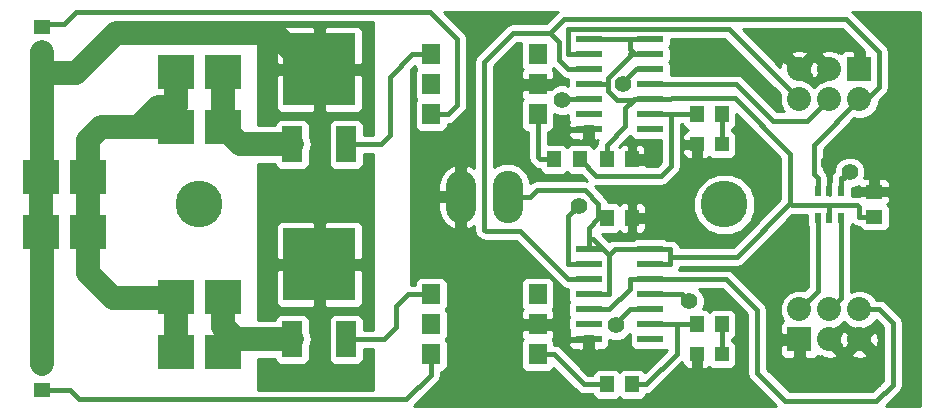
<source format=gtl>
G04 (created by PCBNEW (2013-03-31 BZR 4008)-stable) date 2013-07-24 10:52:05 PM*
%MOIN*%
G04 Gerber Fmt 3.4, Leading zero omitted, Abs format*
%FSLAX34Y34*%
G01*
G70*
G90*
G04 APERTURE LIST*
%ADD10C,2.3622e-006*%
%ADD11C,0.156*%
%ADD12R,0.045X0.055*%
%ADD13R,0.055X0.045*%
%ADD14R,0.0472X0.0472*%
%ADD15R,0.065X0.12*%
%ADD16R,0.24X0.24*%
%ADD17R,0.0598X0.0701*%
%ADD18R,0.0236X0.0354*%
%ADD19R,0.0866X0.0236*%
%ADD20O,0.1X0.175*%
%ADD21R,0.122X0.1165*%
%ADD22C,0.08*%
%ADD23R,0.08X0.08*%
%ADD24C,0.055*%
%ADD25C,0.08*%
%ADD26C,0.02*%
%ADD27C,0.016*%
%ADD28C,0.01*%
G04 APERTURE END LIST*
G54D10*
G54D11*
X34500Y-22500D03*
X17000Y-22500D03*
G54D12*
X30575Y-21000D03*
X31425Y-21000D03*
G54D13*
X11750Y-16575D03*
X11750Y-17425D03*
X11750Y-28675D03*
X11750Y-27825D03*
G54D12*
X29675Y-21000D03*
X28825Y-21000D03*
X31425Y-28500D03*
X30575Y-28500D03*
X34425Y-19500D03*
X33575Y-19500D03*
X34425Y-26500D03*
X33575Y-26500D03*
G54D14*
X34413Y-20500D03*
X33587Y-20500D03*
X34413Y-27500D03*
X33587Y-27500D03*
G54D15*
X20100Y-27000D03*
G54D16*
X21000Y-24500D03*
G54D15*
X21900Y-27000D03*
X20100Y-20500D03*
G54D16*
X21000Y-18000D03*
G54D15*
X21900Y-20500D03*
G54D17*
X28276Y-27500D03*
X28276Y-26500D03*
X28276Y-25500D03*
X24724Y-27500D03*
X24724Y-26500D03*
X24724Y-25500D03*
X28276Y-19500D03*
X28276Y-18500D03*
X28276Y-17500D03*
X24724Y-19500D03*
X24724Y-18500D03*
X24724Y-17500D03*
G54D18*
X38374Y-22048D03*
X38000Y-22048D03*
X37626Y-22048D03*
X37626Y-22952D03*
X38000Y-22952D03*
X38374Y-22952D03*
G54D19*
X29977Y-24000D03*
X29977Y-24500D03*
X29977Y-25000D03*
X29977Y-25500D03*
X29977Y-26000D03*
X29977Y-26500D03*
X29977Y-27000D03*
X32023Y-27000D03*
X32023Y-26500D03*
X32023Y-26000D03*
X32023Y-25500D03*
X32023Y-25000D03*
X32023Y-24500D03*
X32023Y-24000D03*
X29977Y-17000D03*
X29977Y-17500D03*
X29977Y-18000D03*
X29977Y-18500D03*
X29977Y-19000D03*
X29977Y-19500D03*
X29977Y-20000D03*
X32023Y-20000D03*
X32023Y-19500D03*
X32023Y-19000D03*
X32023Y-18500D03*
X32023Y-18000D03*
X32023Y-17500D03*
X32023Y-17000D03*
G54D13*
X39500Y-22925D03*
X39500Y-22075D03*
G54D20*
X27280Y-22250D03*
X25720Y-22250D03*
G54D12*
X30575Y-22950D03*
X31425Y-22950D03*
G54D21*
X13287Y-23427D03*
X11713Y-23427D03*
X11713Y-21573D03*
X13287Y-21573D03*
X17787Y-27427D03*
X16213Y-27427D03*
X16213Y-25573D03*
X17787Y-25573D03*
X17787Y-19927D03*
X16213Y-19927D03*
X16213Y-18073D03*
X17787Y-18073D03*
G54D22*
X37000Y-18000D03*
X38000Y-18000D03*
G54D23*
X39000Y-18000D03*
G54D22*
X37000Y-19000D03*
X38000Y-19000D03*
X39000Y-19000D03*
X39000Y-27000D03*
X38000Y-27000D03*
G54D23*
X37000Y-27000D03*
G54D22*
X39000Y-26000D03*
X38000Y-26000D03*
X37000Y-26000D03*
G54D24*
X19800Y-21800D03*
X21000Y-22600D03*
X21000Y-21800D03*
X22200Y-22600D03*
X22200Y-21800D03*
X19800Y-22600D03*
X31130Y-18500D03*
X29638Y-22540D03*
X29088Y-19025D03*
X32097Y-20796D03*
X27537Y-18350D03*
X32106Y-23163D03*
X33898Y-17480D03*
X29086Y-20012D03*
X33587Y-28197D03*
X29104Y-26794D03*
X33587Y-21174D03*
X37992Y-21102D03*
X38674Y-21429D03*
X33316Y-25724D03*
X30898Y-26534D03*
G54D25*
X18360Y-20500D02*
X20100Y-20500D01*
X17787Y-19927D02*
X18360Y-20500D01*
X17787Y-18073D02*
X17787Y-19927D01*
X17787Y-26573D02*
X17787Y-25573D01*
X18214Y-27000D02*
X17787Y-26573D01*
X20100Y-27000D02*
X18214Y-27000D01*
X18214Y-27000D02*
X17787Y-27427D01*
X20697Y-18000D02*
X19488Y-16791D01*
G54D26*
X21000Y-18000D02*
X21000Y-21800D01*
G54D25*
X19488Y-16791D02*
X14213Y-16791D01*
X21000Y-18000D02*
X20697Y-18000D01*
X12894Y-18110D02*
X11750Y-18110D01*
X14213Y-16791D02*
X12894Y-18110D01*
G54D26*
X22200Y-21800D02*
X22200Y-22600D01*
G54D25*
X11750Y-17425D02*
X11750Y-18110D01*
X11750Y-27825D02*
X11750Y-23464D01*
X11750Y-23464D02*
X11713Y-23427D01*
G54D26*
X21000Y-22600D02*
X19800Y-22600D01*
G54D25*
X11750Y-18110D02*
X11750Y-21536D01*
X11750Y-21536D02*
X11713Y-21573D01*
X11713Y-21573D02*
X11713Y-23427D01*
X13287Y-20355D02*
X13715Y-19927D01*
X14964Y-19927D02*
X16213Y-19927D01*
X13287Y-21573D02*
X13287Y-20355D01*
X14133Y-25630D02*
X13287Y-24784D01*
X15633Y-19258D02*
X16213Y-19258D01*
X14964Y-19927D02*
X15633Y-19258D01*
X16213Y-18073D02*
X16213Y-19258D01*
X13715Y-19927D02*
X14964Y-19927D01*
X16213Y-27427D02*
X16213Y-25573D01*
X13287Y-24784D02*
X13287Y-23427D01*
X16156Y-25630D02*
X14133Y-25630D01*
X13287Y-23427D02*
X13287Y-21573D01*
X16213Y-25573D02*
X16156Y-25630D01*
G54D27*
X29301Y-18000D02*
X29977Y-18000D01*
X27462Y-16787D02*
X26500Y-17749D01*
X28696Y-16787D02*
X27462Y-16787D01*
X29301Y-25000D02*
X29977Y-25000D01*
X26500Y-23345D02*
X26545Y-23390D01*
X28978Y-17069D02*
X28978Y-17677D01*
X26545Y-23390D02*
X27691Y-23390D01*
X37626Y-22048D02*
X37626Y-21628D01*
X28696Y-16787D02*
X29169Y-16314D01*
X39243Y-19000D02*
X39000Y-19000D01*
X26500Y-17749D02*
X26500Y-23345D01*
X39644Y-17413D02*
X39644Y-18599D01*
X37474Y-20526D02*
X37474Y-21476D01*
X39000Y-19000D02*
X37474Y-20526D01*
X37474Y-21476D02*
X37626Y-21628D01*
X39644Y-18599D02*
X39243Y-19000D01*
X38545Y-16314D02*
X39644Y-17413D01*
X27691Y-23390D02*
X29301Y-25000D01*
X28978Y-17677D02*
X29301Y-18000D01*
X28696Y-16787D02*
X28978Y-17069D01*
X29169Y-16314D02*
X38545Y-16314D01*
X37000Y-26000D02*
X37626Y-25374D01*
X37626Y-25374D02*
X37626Y-22952D01*
X29301Y-16641D02*
X29304Y-16638D01*
X29301Y-17500D02*
X29301Y-16641D01*
X29977Y-17500D02*
X29301Y-17500D01*
X34638Y-16638D02*
X37000Y-19000D01*
X29304Y-16638D02*
X34638Y-16638D01*
X31347Y-25306D02*
X31347Y-25000D01*
X29977Y-26000D02*
X30653Y-26000D01*
X30653Y-26000D02*
X31347Y-25306D01*
X39661Y-26000D02*
X40118Y-26457D01*
X39000Y-26000D02*
X39661Y-26000D01*
X34567Y-25000D02*
X32023Y-25000D01*
X31347Y-25000D02*
X32023Y-25000D01*
X36535Y-29055D02*
X35591Y-28111D01*
X40118Y-26457D02*
X40118Y-28504D01*
X40118Y-28504D02*
X39567Y-29055D01*
X39567Y-29055D02*
X36535Y-29055D01*
X35591Y-28111D02*
X35591Y-26024D01*
X35591Y-26024D02*
X34567Y-25000D01*
X29301Y-24500D02*
X29301Y-22877D01*
X29301Y-22877D02*
X29638Y-22540D01*
X29977Y-24500D02*
X29301Y-24500D01*
X29113Y-19000D02*
X29088Y-19025D01*
X31130Y-18500D02*
X31130Y-18425D01*
X31130Y-18425D02*
X31555Y-18000D01*
X29977Y-19000D02*
X29113Y-19000D01*
X31555Y-18000D02*
X32023Y-18000D01*
X28818Y-26500D02*
X29104Y-26786D01*
X28276Y-26500D02*
X28818Y-26500D01*
X27734Y-18500D02*
X28276Y-18500D01*
X29086Y-20012D02*
X29289Y-20012D01*
X27584Y-18350D02*
X27734Y-18500D01*
X29104Y-26786D02*
X29104Y-26794D01*
X29104Y-26794D02*
X29301Y-26991D01*
X29301Y-26991D02*
X29301Y-27000D01*
X29301Y-27000D02*
X29977Y-27000D01*
X33587Y-20500D02*
X33587Y-21174D01*
X27537Y-18350D02*
X27584Y-18350D01*
X29301Y-20000D02*
X29977Y-20000D01*
X38000Y-21110D02*
X37992Y-21102D01*
X31893Y-21000D02*
X32097Y-20796D01*
X33587Y-28197D02*
X33587Y-27500D01*
X29289Y-20012D02*
X29301Y-20000D01*
X31893Y-22950D02*
X31425Y-22950D01*
X32106Y-23163D02*
X31893Y-22950D01*
X38000Y-22048D02*
X38000Y-21110D01*
X31425Y-21000D02*
X31893Y-21000D01*
X38475Y-21628D02*
X38674Y-21429D01*
X34895Y-18500D02*
X32023Y-18500D01*
X38374Y-21628D02*
X38475Y-21628D01*
X33092Y-25500D02*
X32023Y-25500D01*
X33316Y-25724D02*
X33092Y-25500D01*
X38000Y-19000D02*
X37270Y-19730D01*
X38374Y-22048D02*
X38374Y-21628D01*
X36125Y-19730D02*
X34895Y-18500D01*
X37270Y-19730D02*
X36125Y-19730D01*
X38374Y-25626D02*
X38374Y-22952D01*
X38000Y-26000D02*
X38374Y-25626D01*
X34422Y-20021D02*
X34425Y-20018D01*
X34413Y-20021D02*
X34422Y-20021D01*
X34425Y-19500D02*
X34425Y-20018D01*
X34413Y-20500D02*
X34413Y-20021D01*
X28357Y-21000D02*
X28825Y-21000D01*
X28276Y-20919D02*
X28357Y-21000D01*
X28276Y-19500D02*
X28276Y-20919D01*
X23050Y-20500D02*
X21900Y-20500D01*
X23350Y-20200D02*
X23050Y-20500D01*
X23350Y-18250D02*
X23350Y-20200D01*
X24100Y-17500D02*
X23350Y-18250D01*
X24724Y-17500D02*
X24100Y-17500D01*
X12900Y-16100D02*
X12500Y-16500D01*
X12500Y-16500D02*
X11825Y-16500D01*
X11825Y-16500D02*
X11750Y-16575D01*
X24700Y-16100D02*
X12900Y-16100D01*
X25600Y-17000D02*
X24700Y-16100D01*
X24724Y-19500D02*
X25300Y-19500D01*
X25300Y-19500D02*
X25600Y-19200D01*
X25600Y-19200D02*
X25600Y-17000D01*
X13000Y-29000D02*
X23900Y-29000D01*
X12675Y-28675D02*
X13000Y-29000D01*
X11750Y-28675D02*
X12675Y-28675D01*
X24724Y-28176D02*
X24724Y-27500D01*
X23900Y-29000D02*
X24724Y-28176D01*
X23550Y-26600D02*
X23150Y-27000D01*
X23150Y-27000D02*
X21900Y-27000D01*
X23550Y-25900D02*
X23550Y-26600D01*
X24724Y-25500D02*
X23950Y-25500D01*
X23950Y-25500D02*
X23550Y-25900D01*
X32904Y-26500D02*
X33575Y-26500D01*
X32023Y-26500D02*
X32904Y-26500D01*
X31893Y-28500D02*
X31425Y-28500D01*
X32904Y-27489D02*
X31893Y-28500D01*
X32904Y-26500D02*
X32904Y-27489D01*
X32719Y-19500D02*
X33575Y-19500D01*
X32719Y-21225D02*
X32719Y-19500D01*
X30233Y-21558D02*
X32386Y-21558D01*
X29675Y-21000D02*
X30233Y-21558D01*
X32023Y-19500D02*
X32719Y-19500D01*
X32386Y-21558D02*
X32719Y-21225D01*
X29818Y-28500D02*
X30575Y-28500D01*
X28818Y-27500D02*
X29818Y-28500D01*
X28276Y-27500D02*
X28818Y-27500D01*
X34422Y-27021D02*
X34425Y-27018D01*
X34413Y-27021D02*
X34422Y-27021D01*
X34425Y-26500D02*
X34425Y-27018D01*
X34413Y-27500D02*
X34413Y-27021D01*
X31347Y-17316D02*
X31347Y-17000D01*
X31347Y-26000D02*
X30899Y-26448D01*
X30899Y-26448D02*
X30899Y-26534D01*
X31347Y-17551D02*
X30612Y-18286D01*
X31347Y-17500D02*
X31347Y-17551D01*
X31531Y-17500D02*
X31347Y-17500D01*
X30300Y-22469D02*
X30300Y-22950D01*
X30653Y-25500D02*
X29977Y-25500D01*
X30575Y-21000D02*
X30575Y-20525D01*
X30653Y-24186D02*
X30653Y-25500D01*
X31200Y-19900D02*
X31200Y-19300D01*
X29977Y-23653D02*
X29977Y-24000D01*
X29977Y-17000D02*
X31347Y-17000D01*
X32699Y-24500D02*
X32699Y-24250D01*
X39500Y-22925D02*
X38982Y-22925D01*
X31531Y-17500D02*
X31347Y-17316D01*
X32741Y-18958D02*
X34849Y-18958D01*
X29853Y-22022D02*
X30300Y-22469D01*
X32699Y-24250D02*
X32699Y-24000D01*
X30899Y-26534D02*
X30898Y-26534D01*
X32023Y-26000D02*
X31347Y-26000D01*
X32023Y-24000D02*
X30839Y-24000D01*
X29977Y-23273D02*
X29977Y-23653D01*
X30300Y-22950D02*
X29977Y-23273D01*
X30120Y-23653D02*
X30653Y-24186D01*
X29977Y-23653D02*
X30120Y-23653D01*
X30839Y-24000D02*
X30653Y-24186D01*
X34849Y-18958D02*
X36698Y-20807D01*
X36698Y-20807D02*
X36698Y-22467D01*
X32023Y-17500D02*
X31531Y-17500D01*
X30612Y-18714D02*
X30916Y-19018D01*
X28251Y-22022D02*
X29853Y-22022D01*
X28023Y-22250D02*
X28251Y-22022D01*
X27280Y-22250D02*
X28023Y-22250D01*
X31482Y-19018D02*
X31500Y-19000D01*
X32023Y-19000D02*
X32699Y-19000D01*
X30916Y-19018D02*
X31482Y-19018D01*
X31500Y-19000D02*
X32023Y-19000D01*
X32023Y-24500D02*
X32699Y-24500D01*
X32699Y-24000D02*
X32023Y-24000D01*
X30575Y-22950D02*
X30300Y-22950D01*
X30575Y-20525D02*
X31200Y-19900D01*
X30612Y-18286D02*
X30612Y-18500D01*
X31200Y-19300D02*
X31482Y-19018D01*
X32023Y-17000D02*
X31347Y-17000D01*
X30612Y-18500D02*
X30612Y-18714D01*
X30612Y-18500D02*
X29977Y-18500D01*
X38000Y-22532D02*
X38937Y-22532D01*
X32699Y-19000D02*
X32741Y-18958D01*
X34915Y-24250D02*
X32699Y-24250D01*
X36698Y-22467D02*
X34915Y-24250D01*
X36763Y-22532D02*
X38000Y-22532D01*
X36698Y-22467D02*
X36763Y-22532D01*
X38000Y-22952D02*
X38000Y-22613D01*
X38000Y-22613D02*
X38000Y-22532D01*
X38982Y-22577D02*
X38982Y-22925D01*
X38937Y-22532D02*
X38982Y-22577D01*
G54D10*
G36*
X22785Y-28670D02*
X20850Y-28670D01*
X20850Y-25888D01*
X20850Y-24650D01*
X20850Y-24350D01*
X20850Y-23112D01*
X20850Y-19388D01*
X20850Y-18150D01*
X20850Y-17850D01*
X20850Y-16612D01*
X20788Y-16550D01*
X19751Y-16551D01*
X19659Y-16589D01*
X19589Y-16659D01*
X19551Y-16750D01*
X19551Y-16849D01*
X19550Y-17788D01*
X19612Y-17850D01*
X20850Y-17850D01*
X20850Y-18150D01*
X19612Y-18150D01*
X19550Y-18212D01*
X19551Y-19151D01*
X19551Y-19250D01*
X19589Y-19341D01*
X19659Y-19411D01*
X19751Y-19449D01*
X20788Y-19450D01*
X20850Y-19388D01*
X20850Y-23112D01*
X20788Y-23050D01*
X19751Y-23051D01*
X19659Y-23089D01*
X19589Y-23159D01*
X19551Y-23250D01*
X19551Y-23349D01*
X19550Y-24288D01*
X19612Y-24350D01*
X20850Y-24350D01*
X20850Y-24650D01*
X19612Y-24650D01*
X19550Y-24712D01*
X19551Y-25651D01*
X19551Y-25750D01*
X19589Y-25841D01*
X19659Y-25911D01*
X19751Y-25949D01*
X20788Y-25950D01*
X20850Y-25888D01*
X20850Y-28670D01*
X18948Y-28670D01*
X18948Y-27650D01*
X19526Y-27650D01*
X19564Y-27741D01*
X19634Y-27811D01*
X19725Y-27849D01*
X19824Y-27849D01*
X20474Y-27849D01*
X20566Y-27811D01*
X20636Y-27741D01*
X20674Y-27650D01*
X20674Y-27551D01*
X20674Y-27289D01*
X20701Y-27249D01*
X20750Y-27000D01*
X20701Y-26751D01*
X20674Y-26710D01*
X20674Y-26351D01*
X20636Y-26259D01*
X20566Y-26189D01*
X20475Y-26151D01*
X20376Y-26151D01*
X19726Y-26151D01*
X19634Y-26189D01*
X19564Y-26259D01*
X19526Y-26350D01*
X18948Y-26350D01*
X18948Y-21150D01*
X19526Y-21150D01*
X19564Y-21241D01*
X19634Y-21311D01*
X19725Y-21349D01*
X19824Y-21349D01*
X20474Y-21349D01*
X20566Y-21311D01*
X20636Y-21241D01*
X20674Y-21150D01*
X20674Y-21051D01*
X20674Y-20789D01*
X20701Y-20749D01*
X20750Y-20500D01*
X20701Y-20251D01*
X20674Y-20210D01*
X20674Y-19851D01*
X20636Y-19759D01*
X20566Y-19689D01*
X20475Y-19651D01*
X20376Y-19651D01*
X19726Y-19651D01*
X19634Y-19689D01*
X19564Y-19759D01*
X19526Y-19850D01*
X18948Y-19850D01*
X18948Y-16430D01*
X22785Y-16430D01*
X22785Y-20170D01*
X22474Y-20170D01*
X22474Y-19851D01*
X22450Y-19792D01*
X22450Y-18212D01*
X22450Y-17788D01*
X22449Y-16849D01*
X22449Y-16750D01*
X22411Y-16659D01*
X22341Y-16589D01*
X22249Y-16551D01*
X21212Y-16550D01*
X21150Y-16612D01*
X21150Y-17850D01*
X22388Y-17850D01*
X22450Y-17788D01*
X22450Y-18212D01*
X22388Y-18150D01*
X21150Y-18150D01*
X21150Y-19388D01*
X21212Y-19450D01*
X22249Y-19449D01*
X22341Y-19411D01*
X22411Y-19341D01*
X22449Y-19250D01*
X22449Y-19151D01*
X22450Y-18212D01*
X22450Y-19792D01*
X22436Y-19759D01*
X22366Y-19689D01*
X22275Y-19651D01*
X22176Y-19651D01*
X21526Y-19651D01*
X21434Y-19689D01*
X21364Y-19759D01*
X21326Y-19850D01*
X21326Y-19949D01*
X21326Y-21149D01*
X21364Y-21241D01*
X21434Y-21311D01*
X21525Y-21349D01*
X21624Y-21349D01*
X22274Y-21349D01*
X22366Y-21311D01*
X22436Y-21241D01*
X22474Y-21150D01*
X22474Y-21051D01*
X22474Y-20830D01*
X22785Y-20830D01*
X22785Y-26670D01*
X22474Y-26670D01*
X22474Y-26351D01*
X22450Y-26292D01*
X22450Y-24712D01*
X22450Y-24288D01*
X22449Y-23349D01*
X22449Y-23250D01*
X22411Y-23159D01*
X22341Y-23089D01*
X22249Y-23051D01*
X21212Y-23050D01*
X21150Y-23112D01*
X21150Y-24350D01*
X22388Y-24350D01*
X22450Y-24288D01*
X22450Y-24712D01*
X22388Y-24650D01*
X21150Y-24650D01*
X21150Y-25888D01*
X21212Y-25950D01*
X22249Y-25949D01*
X22341Y-25911D01*
X22411Y-25841D01*
X22449Y-25750D01*
X22449Y-25651D01*
X22450Y-24712D01*
X22450Y-26292D01*
X22436Y-26259D01*
X22366Y-26189D01*
X22275Y-26151D01*
X22176Y-26151D01*
X21526Y-26151D01*
X21434Y-26189D01*
X21364Y-26259D01*
X21326Y-26350D01*
X21326Y-26449D01*
X21326Y-27649D01*
X21364Y-27741D01*
X21434Y-27811D01*
X21525Y-27849D01*
X21624Y-27849D01*
X22274Y-27849D01*
X22366Y-27811D01*
X22436Y-27741D01*
X22474Y-27650D01*
X22474Y-27551D01*
X22474Y-27330D01*
X22785Y-27330D01*
X22785Y-28670D01*
X22785Y-28670D01*
G37*
G54D28*
X22785Y-28670D02*
X20850Y-28670D01*
X20850Y-25888D01*
X20850Y-24650D01*
X20850Y-24350D01*
X20850Y-23112D01*
X20850Y-19388D01*
X20850Y-18150D01*
X20850Y-17850D01*
X20850Y-16612D01*
X20788Y-16550D01*
X19751Y-16551D01*
X19659Y-16589D01*
X19589Y-16659D01*
X19551Y-16750D01*
X19551Y-16849D01*
X19550Y-17788D01*
X19612Y-17850D01*
X20850Y-17850D01*
X20850Y-18150D01*
X19612Y-18150D01*
X19550Y-18212D01*
X19551Y-19151D01*
X19551Y-19250D01*
X19589Y-19341D01*
X19659Y-19411D01*
X19751Y-19449D01*
X20788Y-19450D01*
X20850Y-19388D01*
X20850Y-23112D01*
X20788Y-23050D01*
X19751Y-23051D01*
X19659Y-23089D01*
X19589Y-23159D01*
X19551Y-23250D01*
X19551Y-23349D01*
X19550Y-24288D01*
X19612Y-24350D01*
X20850Y-24350D01*
X20850Y-24650D01*
X19612Y-24650D01*
X19550Y-24712D01*
X19551Y-25651D01*
X19551Y-25750D01*
X19589Y-25841D01*
X19659Y-25911D01*
X19751Y-25949D01*
X20788Y-25950D01*
X20850Y-25888D01*
X20850Y-28670D01*
X18948Y-28670D01*
X18948Y-27650D01*
X19526Y-27650D01*
X19564Y-27741D01*
X19634Y-27811D01*
X19725Y-27849D01*
X19824Y-27849D01*
X20474Y-27849D01*
X20566Y-27811D01*
X20636Y-27741D01*
X20674Y-27650D01*
X20674Y-27551D01*
X20674Y-27289D01*
X20701Y-27249D01*
X20750Y-27000D01*
X20701Y-26751D01*
X20674Y-26710D01*
X20674Y-26351D01*
X20636Y-26259D01*
X20566Y-26189D01*
X20475Y-26151D01*
X20376Y-26151D01*
X19726Y-26151D01*
X19634Y-26189D01*
X19564Y-26259D01*
X19526Y-26350D01*
X18948Y-26350D01*
X18948Y-21150D01*
X19526Y-21150D01*
X19564Y-21241D01*
X19634Y-21311D01*
X19725Y-21349D01*
X19824Y-21349D01*
X20474Y-21349D01*
X20566Y-21311D01*
X20636Y-21241D01*
X20674Y-21150D01*
X20674Y-21051D01*
X20674Y-20789D01*
X20701Y-20749D01*
X20750Y-20500D01*
X20701Y-20251D01*
X20674Y-20210D01*
X20674Y-19851D01*
X20636Y-19759D01*
X20566Y-19689D01*
X20475Y-19651D01*
X20376Y-19651D01*
X19726Y-19651D01*
X19634Y-19689D01*
X19564Y-19759D01*
X19526Y-19850D01*
X18948Y-19850D01*
X18948Y-16430D01*
X22785Y-16430D01*
X22785Y-20170D01*
X22474Y-20170D01*
X22474Y-19851D01*
X22450Y-19792D01*
X22450Y-18212D01*
X22450Y-17788D01*
X22449Y-16849D01*
X22449Y-16750D01*
X22411Y-16659D01*
X22341Y-16589D01*
X22249Y-16551D01*
X21212Y-16550D01*
X21150Y-16612D01*
X21150Y-17850D01*
X22388Y-17850D01*
X22450Y-17788D01*
X22450Y-18212D01*
X22388Y-18150D01*
X21150Y-18150D01*
X21150Y-19388D01*
X21212Y-19450D01*
X22249Y-19449D01*
X22341Y-19411D01*
X22411Y-19341D01*
X22449Y-19250D01*
X22449Y-19151D01*
X22450Y-18212D01*
X22450Y-19792D01*
X22436Y-19759D01*
X22366Y-19689D01*
X22275Y-19651D01*
X22176Y-19651D01*
X21526Y-19651D01*
X21434Y-19689D01*
X21364Y-19759D01*
X21326Y-19850D01*
X21326Y-19949D01*
X21326Y-21149D01*
X21364Y-21241D01*
X21434Y-21311D01*
X21525Y-21349D01*
X21624Y-21349D01*
X22274Y-21349D01*
X22366Y-21311D01*
X22436Y-21241D01*
X22474Y-21150D01*
X22474Y-21051D01*
X22474Y-20830D01*
X22785Y-20830D01*
X22785Y-26670D01*
X22474Y-26670D01*
X22474Y-26351D01*
X22450Y-26292D01*
X22450Y-24712D01*
X22450Y-24288D01*
X22449Y-23349D01*
X22449Y-23250D01*
X22411Y-23159D01*
X22341Y-23089D01*
X22249Y-23051D01*
X21212Y-23050D01*
X21150Y-23112D01*
X21150Y-24350D01*
X22388Y-24350D01*
X22450Y-24288D01*
X22450Y-24712D01*
X22388Y-24650D01*
X21150Y-24650D01*
X21150Y-25888D01*
X21212Y-25950D01*
X22249Y-25949D01*
X22341Y-25911D01*
X22411Y-25841D01*
X22449Y-25750D01*
X22449Y-25651D01*
X22450Y-24712D01*
X22450Y-26292D01*
X22436Y-26259D01*
X22366Y-26189D01*
X22275Y-26151D01*
X22176Y-26151D01*
X21526Y-26151D01*
X21434Y-26189D01*
X21364Y-26259D01*
X21326Y-26350D01*
X21326Y-26449D01*
X21326Y-27649D01*
X21364Y-27741D01*
X21434Y-27811D01*
X21525Y-27849D01*
X21624Y-27849D01*
X22274Y-27849D01*
X22366Y-27811D01*
X22436Y-27741D01*
X22474Y-27650D01*
X22474Y-27551D01*
X22474Y-27330D01*
X22785Y-27330D01*
X22785Y-28670D01*
G54D10*
G36*
X29912Y-21703D02*
X29853Y-21692D01*
X28251Y-21692D01*
X28125Y-21717D01*
X28089Y-21741D01*
X28017Y-21789D01*
X28016Y-21790D01*
X28016Y-21707D01*
X27904Y-21436D01*
X27697Y-21229D01*
X27427Y-21117D01*
X27134Y-21117D01*
X26863Y-21229D01*
X26830Y-21262D01*
X26830Y-17885D01*
X27598Y-17117D01*
X27728Y-17117D01*
X27728Y-17199D01*
X27728Y-17899D01*
X27766Y-17991D01*
X27775Y-18000D01*
X27766Y-18009D01*
X27728Y-18101D01*
X27727Y-18288D01*
X27789Y-18350D01*
X28076Y-18350D01*
X28127Y-18350D01*
X28425Y-18350D01*
X28476Y-18350D01*
X28763Y-18350D01*
X28825Y-18288D01*
X28824Y-18101D01*
X28786Y-18009D01*
X28777Y-18000D01*
X28786Y-17991D01*
X28797Y-17962D01*
X29067Y-18233D01*
X29068Y-18233D01*
X29139Y-18280D01*
X29174Y-18304D01*
X29175Y-18305D01*
X29296Y-18329D01*
X29295Y-18332D01*
X29295Y-18431D01*
X29295Y-18542D01*
X29193Y-18500D01*
X28984Y-18500D01*
X28791Y-18580D01*
X28720Y-18650D01*
X28476Y-18650D01*
X28425Y-18650D01*
X28127Y-18650D01*
X28076Y-18650D01*
X27789Y-18650D01*
X27727Y-18712D01*
X27728Y-18899D01*
X27766Y-18991D01*
X27775Y-19000D01*
X27766Y-19009D01*
X27728Y-19100D01*
X27728Y-19199D01*
X27728Y-19899D01*
X27766Y-19991D01*
X27836Y-20061D01*
X27927Y-20099D01*
X27946Y-20099D01*
X27946Y-20919D01*
X27971Y-21046D01*
X28043Y-21152D01*
X28123Y-21233D01*
X28124Y-21233D01*
X28195Y-21280D01*
X28230Y-21304D01*
X28231Y-21305D01*
X28353Y-21329D01*
X28389Y-21416D01*
X28459Y-21486D01*
X28550Y-21524D01*
X28649Y-21524D01*
X29099Y-21524D01*
X29191Y-21486D01*
X29250Y-21427D01*
X29309Y-21486D01*
X29400Y-21524D01*
X29499Y-21524D01*
X29733Y-21524D01*
X29912Y-21703D01*
X29912Y-21703D01*
G37*
G54D28*
X29912Y-21703D02*
X29853Y-21692D01*
X28251Y-21692D01*
X28125Y-21717D01*
X28089Y-21741D01*
X28017Y-21789D01*
X28016Y-21790D01*
X28016Y-21707D01*
X27904Y-21436D01*
X27697Y-21229D01*
X27427Y-21117D01*
X27134Y-21117D01*
X26863Y-21229D01*
X26830Y-21262D01*
X26830Y-17885D01*
X27598Y-17117D01*
X27728Y-17117D01*
X27728Y-17199D01*
X27728Y-17899D01*
X27766Y-17991D01*
X27775Y-18000D01*
X27766Y-18009D01*
X27728Y-18101D01*
X27727Y-18288D01*
X27789Y-18350D01*
X28076Y-18350D01*
X28127Y-18350D01*
X28425Y-18350D01*
X28476Y-18350D01*
X28763Y-18350D01*
X28825Y-18288D01*
X28824Y-18101D01*
X28786Y-18009D01*
X28777Y-18000D01*
X28786Y-17991D01*
X28797Y-17962D01*
X29067Y-18233D01*
X29068Y-18233D01*
X29139Y-18280D01*
X29174Y-18304D01*
X29175Y-18305D01*
X29296Y-18329D01*
X29295Y-18332D01*
X29295Y-18431D01*
X29295Y-18542D01*
X29193Y-18500D01*
X28984Y-18500D01*
X28791Y-18580D01*
X28720Y-18650D01*
X28476Y-18650D01*
X28425Y-18650D01*
X28127Y-18650D01*
X28076Y-18650D01*
X27789Y-18650D01*
X27727Y-18712D01*
X27728Y-18899D01*
X27766Y-18991D01*
X27775Y-19000D01*
X27766Y-19009D01*
X27728Y-19100D01*
X27728Y-19199D01*
X27728Y-19899D01*
X27766Y-19991D01*
X27836Y-20061D01*
X27927Y-20099D01*
X27946Y-20099D01*
X27946Y-20919D01*
X27971Y-21046D01*
X28043Y-21152D01*
X28123Y-21233D01*
X28124Y-21233D01*
X28195Y-21280D01*
X28230Y-21304D01*
X28231Y-21305D01*
X28353Y-21329D01*
X28389Y-21416D01*
X28459Y-21486D01*
X28550Y-21524D01*
X28649Y-21524D01*
X29099Y-21524D01*
X29191Y-21486D01*
X29250Y-21427D01*
X29309Y-21486D01*
X29400Y-21524D01*
X29499Y-21524D01*
X29733Y-21524D01*
X29912Y-21703D01*
G54D10*
G36*
X30290Y-20367D02*
X30270Y-20398D01*
X30250Y-20496D01*
X30209Y-20514D01*
X30139Y-20584D01*
X30124Y-20617D01*
X30111Y-20584D01*
X30041Y-20514D01*
X29950Y-20476D01*
X29851Y-20476D01*
X29827Y-20476D01*
X29827Y-20306D01*
X29827Y-20059D01*
X29356Y-20059D01*
X29294Y-20121D01*
X29295Y-20167D01*
X29333Y-20259D01*
X29403Y-20329D01*
X29494Y-20367D01*
X29593Y-20367D01*
X29765Y-20368D01*
X29827Y-20306D01*
X29827Y-20476D01*
X29401Y-20476D01*
X29309Y-20514D01*
X29250Y-20573D01*
X29191Y-20514D01*
X29100Y-20476D01*
X29001Y-20476D01*
X28606Y-20476D01*
X28606Y-20099D01*
X28624Y-20099D01*
X28716Y-20061D01*
X28786Y-19991D01*
X28824Y-19900D01*
X28824Y-19801D01*
X28824Y-19484D01*
X28983Y-19550D01*
X29192Y-19550D01*
X29295Y-19507D01*
X29295Y-19667D01*
X29329Y-19750D01*
X29295Y-19833D01*
X29294Y-19879D01*
X29356Y-19941D01*
X29827Y-19941D01*
X29827Y-19882D01*
X30127Y-19882D01*
X30127Y-19941D01*
X30127Y-20059D01*
X30127Y-20200D01*
X30127Y-20306D01*
X30189Y-20368D01*
X30290Y-20367D01*
X30290Y-20367D01*
G37*
G54D28*
X30290Y-20367D02*
X30270Y-20398D01*
X30250Y-20496D01*
X30209Y-20514D01*
X30139Y-20584D01*
X30124Y-20617D01*
X30111Y-20584D01*
X30041Y-20514D01*
X29950Y-20476D01*
X29851Y-20476D01*
X29827Y-20476D01*
X29827Y-20306D01*
X29827Y-20059D01*
X29356Y-20059D01*
X29294Y-20121D01*
X29295Y-20167D01*
X29333Y-20259D01*
X29403Y-20329D01*
X29494Y-20367D01*
X29593Y-20367D01*
X29765Y-20368D01*
X29827Y-20306D01*
X29827Y-20476D01*
X29401Y-20476D01*
X29309Y-20514D01*
X29250Y-20573D01*
X29191Y-20514D01*
X29100Y-20476D01*
X29001Y-20476D01*
X28606Y-20476D01*
X28606Y-20099D01*
X28624Y-20099D01*
X28716Y-20061D01*
X28786Y-19991D01*
X28824Y-19900D01*
X28824Y-19801D01*
X28824Y-19484D01*
X28983Y-19550D01*
X29192Y-19550D01*
X29295Y-19507D01*
X29295Y-19667D01*
X29329Y-19750D01*
X29295Y-19833D01*
X29294Y-19879D01*
X29356Y-19941D01*
X29827Y-19941D01*
X29827Y-19882D01*
X30127Y-19882D01*
X30127Y-19941D01*
X30127Y-20059D01*
X30127Y-20200D01*
X30127Y-20306D01*
X30189Y-20368D01*
X30290Y-20367D01*
G54D10*
G36*
X32389Y-21088D02*
X32249Y-21228D01*
X31899Y-21228D01*
X31899Y-21226D01*
X31900Y-21199D01*
X31900Y-20801D01*
X31899Y-20774D01*
X31899Y-20675D01*
X31861Y-20584D01*
X31791Y-20514D01*
X31699Y-20476D01*
X31599Y-20475D01*
X31537Y-20537D01*
X31537Y-20863D01*
X31838Y-20863D01*
X31900Y-20801D01*
X31900Y-21199D01*
X31838Y-21137D01*
X31537Y-21137D01*
X31537Y-21150D01*
X31313Y-21150D01*
X31313Y-21137D01*
X31275Y-21137D01*
X31275Y-20863D01*
X31313Y-20863D01*
X31313Y-20537D01*
X31251Y-20475D01*
X31151Y-20476D01*
X31059Y-20514D01*
X31000Y-20573D01*
X30996Y-20569D01*
X31358Y-20208D01*
X31379Y-20259D01*
X31449Y-20329D01*
X31540Y-20367D01*
X31639Y-20367D01*
X32389Y-20367D01*
X32389Y-21088D01*
X32389Y-21088D01*
G37*
G54D28*
X32389Y-21088D02*
X32249Y-21228D01*
X31899Y-21228D01*
X31899Y-21226D01*
X31900Y-21199D01*
X31900Y-20801D01*
X31899Y-20774D01*
X31899Y-20675D01*
X31861Y-20584D01*
X31791Y-20514D01*
X31699Y-20476D01*
X31599Y-20475D01*
X31537Y-20537D01*
X31537Y-20863D01*
X31838Y-20863D01*
X31900Y-20801D01*
X31900Y-21199D01*
X31838Y-21137D01*
X31537Y-21137D01*
X31537Y-21150D01*
X31313Y-21150D01*
X31313Y-21137D01*
X31275Y-21137D01*
X31275Y-20863D01*
X31313Y-20863D01*
X31313Y-20537D01*
X31251Y-20475D01*
X31151Y-20476D01*
X31059Y-20514D01*
X31000Y-20573D01*
X30996Y-20569D01*
X31358Y-20208D01*
X31379Y-20259D01*
X31449Y-20329D01*
X31540Y-20367D01*
X31639Y-20367D01*
X32389Y-20367D01*
X32389Y-21088D01*
G54D10*
G36*
X36217Y-29203D02*
X25570Y-29203D01*
X25570Y-23296D01*
X25570Y-22400D01*
X25570Y-22100D01*
X25570Y-21204D01*
X25457Y-21174D01*
X25216Y-21319D01*
X25041Y-21554D01*
X24970Y-21838D01*
X24970Y-22100D01*
X25570Y-22100D01*
X25570Y-22400D01*
X24970Y-22400D01*
X24970Y-22662D01*
X25041Y-22946D01*
X25216Y-23181D01*
X25457Y-23326D01*
X25570Y-23296D01*
X25570Y-29203D01*
X24163Y-29203D01*
X24957Y-28410D01*
X24957Y-28409D01*
X25029Y-28303D01*
X25029Y-28302D01*
X25032Y-28281D01*
X25053Y-28176D01*
X25054Y-28176D01*
X25054Y-28099D01*
X25072Y-28099D01*
X25164Y-28061D01*
X25234Y-27991D01*
X25272Y-27900D01*
X25272Y-27801D01*
X25272Y-27101D01*
X25234Y-27009D01*
X25225Y-27000D01*
X25234Y-26991D01*
X25272Y-26900D01*
X25272Y-26801D01*
X25272Y-26101D01*
X25234Y-26009D01*
X25225Y-26000D01*
X25234Y-25991D01*
X25272Y-25900D01*
X25272Y-25801D01*
X25272Y-25101D01*
X25234Y-25009D01*
X25164Y-24939D01*
X25073Y-24901D01*
X24974Y-24901D01*
X24376Y-24901D01*
X24284Y-24939D01*
X24214Y-25009D01*
X24176Y-25100D01*
X24176Y-25170D01*
X24066Y-25170D01*
X24066Y-18000D01*
X24176Y-17890D01*
X24176Y-17899D01*
X24214Y-17991D01*
X24223Y-18000D01*
X24214Y-18009D01*
X24176Y-18100D01*
X24176Y-18199D01*
X24176Y-18899D01*
X24214Y-18991D01*
X24223Y-19000D01*
X24214Y-19009D01*
X24176Y-19100D01*
X24176Y-19199D01*
X24176Y-19899D01*
X24214Y-19991D01*
X24284Y-20061D01*
X24375Y-20099D01*
X24474Y-20099D01*
X25072Y-20099D01*
X25164Y-20061D01*
X25234Y-19991D01*
X25272Y-19900D01*
X25272Y-19830D01*
X25300Y-19830D01*
X25426Y-19805D01*
X25427Y-19805D01*
X25533Y-19733D01*
X25833Y-19434D01*
X25833Y-19433D01*
X25905Y-19327D01*
X25905Y-19326D01*
X25908Y-19305D01*
X25929Y-19200D01*
X25930Y-19200D01*
X25930Y-17000D01*
X25929Y-16999D01*
X25905Y-16874D01*
X25904Y-16873D01*
X25880Y-16838D01*
X25833Y-16767D01*
X25833Y-16766D01*
X25139Y-16073D01*
X28947Y-16073D01*
X28935Y-16081D01*
X28559Y-16457D01*
X27462Y-16457D01*
X27336Y-16482D01*
X27300Y-16506D01*
X27228Y-16554D01*
X26267Y-17516D01*
X26195Y-17622D01*
X26170Y-17749D01*
X26170Y-21286D01*
X25983Y-21174D01*
X25870Y-21204D01*
X25870Y-22050D01*
X25870Y-22100D01*
X25870Y-22400D01*
X25870Y-22450D01*
X25870Y-23296D01*
X25983Y-23326D01*
X26170Y-23213D01*
X26170Y-23345D01*
X26195Y-23472D01*
X26267Y-23578D01*
X26311Y-23623D01*
X26312Y-23623D01*
X26383Y-23670D01*
X26418Y-23694D01*
X26419Y-23695D01*
X26545Y-23720D01*
X27554Y-23720D01*
X29067Y-25233D01*
X29068Y-25233D01*
X29139Y-25280D01*
X29174Y-25304D01*
X29175Y-25305D01*
X29296Y-25329D01*
X29295Y-25332D01*
X29295Y-25431D01*
X29295Y-25667D01*
X29329Y-25749D01*
X29295Y-25832D01*
X29295Y-25931D01*
X29295Y-26167D01*
X29329Y-26249D01*
X29295Y-26332D01*
X29295Y-26431D01*
X29295Y-26667D01*
X29329Y-26750D01*
X29295Y-26833D01*
X29294Y-26879D01*
X29356Y-26941D01*
X29827Y-26941D01*
X29827Y-26882D01*
X30127Y-26882D01*
X30127Y-26941D01*
X30127Y-27059D01*
X30127Y-27200D01*
X30127Y-27306D01*
X30189Y-27368D01*
X30361Y-27367D01*
X30460Y-27367D01*
X30551Y-27329D01*
X30621Y-27259D01*
X30645Y-27200D01*
X30660Y-27200D01*
X30660Y-27121D01*
X30660Y-27003D01*
X30793Y-27059D01*
X31002Y-27059D01*
X31195Y-26979D01*
X31341Y-26833D01*
X31341Y-26931D01*
X31341Y-27167D01*
X31379Y-27259D01*
X31449Y-27329D01*
X31540Y-27367D01*
X31639Y-27367D01*
X32505Y-27367D01*
X32574Y-27338D01*
X32574Y-27352D01*
X31851Y-28074D01*
X31791Y-28014D01*
X31700Y-27976D01*
X31601Y-27976D01*
X31151Y-27976D01*
X31059Y-28014D01*
X31000Y-28073D01*
X30941Y-28014D01*
X30850Y-27976D01*
X30751Y-27976D01*
X30660Y-27976D01*
X30301Y-27976D01*
X30209Y-28014D01*
X30139Y-28084D01*
X30103Y-28170D01*
X29954Y-28170D01*
X29827Y-28043D01*
X29827Y-27306D01*
X29827Y-27059D01*
X29356Y-27059D01*
X29294Y-27121D01*
X29295Y-27167D01*
X29333Y-27259D01*
X29403Y-27329D01*
X29494Y-27367D01*
X29593Y-27367D01*
X29765Y-27368D01*
X29827Y-27306D01*
X29827Y-28043D01*
X29051Y-27267D01*
X28945Y-27195D01*
X28824Y-27171D01*
X28824Y-27101D01*
X28786Y-27009D01*
X28777Y-27000D01*
X28786Y-26991D01*
X28824Y-26899D01*
X28825Y-26712D01*
X28825Y-26288D01*
X28824Y-26101D01*
X28786Y-26009D01*
X28777Y-26000D01*
X28786Y-25991D01*
X28824Y-25900D01*
X28824Y-25801D01*
X28824Y-25101D01*
X28786Y-25009D01*
X28716Y-24939D01*
X28625Y-24901D01*
X28526Y-24901D01*
X27928Y-24901D01*
X27836Y-24939D01*
X27766Y-25009D01*
X27728Y-25100D01*
X27728Y-25199D01*
X27728Y-25899D01*
X27766Y-25991D01*
X27775Y-26000D01*
X27766Y-26009D01*
X27728Y-26101D01*
X27727Y-26288D01*
X27789Y-26350D01*
X28076Y-26350D01*
X28127Y-26350D01*
X28425Y-26350D01*
X28476Y-26350D01*
X28763Y-26350D01*
X28825Y-26288D01*
X28825Y-26712D01*
X28763Y-26650D01*
X28476Y-26650D01*
X28425Y-26650D01*
X28127Y-26650D01*
X28076Y-26650D01*
X27789Y-26650D01*
X27727Y-26712D01*
X27728Y-26899D01*
X27766Y-26991D01*
X27775Y-27000D01*
X27766Y-27009D01*
X27728Y-27100D01*
X27728Y-27199D01*
X27728Y-27899D01*
X27766Y-27991D01*
X27836Y-28061D01*
X27927Y-28099D01*
X28026Y-28099D01*
X28624Y-28099D01*
X28716Y-28061D01*
X28786Y-27991D01*
X28802Y-27950D01*
X29585Y-28733D01*
X29691Y-28805D01*
X29692Y-28805D01*
X29712Y-28808D01*
X29818Y-28830D01*
X30103Y-28830D01*
X30139Y-28916D01*
X30209Y-28986D01*
X30300Y-29024D01*
X30399Y-29024D01*
X30849Y-29024D01*
X30941Y-28986D01*
X31000Y-28927D01*
X31059Y-28986D01*
X31150Y-29024D01*
X31249Y-29024D01*
X31699Y-29024D01*
X31791Y-28986D01*
X31861Y-28916D01*
X31897Y-28829D01*
X32019Y-28805D01*
X32020Y-28805D01*
X32126Y-28733D01*
X33102Y-27757D01*
X33102Y-27786D01*
X33140Y-27877D01*
X33210Y-27947D01*
X33302Y-27985D01*
X33407Y-27986D01*
X33469Y-27924D01*
X33469Y-27618D01*
X33437Y-27618D01*
X33437Y-27382D01*
X33469Y-27382D01*
X33469Y-27350D01*
X33705Y-27350D01*
X33705Y-27382D01*
X33737Y-27382D01*
X33737Y-27618D01*
X33705Y-27618D01*
X33705Y-27924D01*
X33767Y-27986D01*
X33872Y-27985D01*
X33964Y-27947D01*
X34000Y-27911D01*
X34036Y-27947D01*
X34127Y-27985D01*
X34226Y-27985D01*
X34698Y-27985D01*
X34790Y-27947D01*
X34860Y-27877D01*
X34898Y-27786D01*
X34898Y-27687D01*
X34898Y-27215D01*
X34860Y-27123D01*
X34790Y-27053D01*
X34751Y-27036D01*
X34754Y-27018D01*
X34755Y-27018D01*
X34755Y-27000D01*
X34791Y-26986D01*
X34861Y-26916D01*
X34899Y-26825D01*
X34899Y-26726D01*
X34899Y-26176D01*
X34861Y-26084D01*
X34791Y-26014D01*
X34700Y-25976D01*
X34601Y-25976D01*
X34151Y-25976D01*
X34059Y-26014D01*
X34000Y-26073D01*
X33941Y-26014D01*
X33850Y-25976D01*
X33780Y-25976D01*
X33841Y-25829D01*
X33841Y-25620D01*
X33761Y-25427D01*
X33664Y-25330D01*
X34431Y-25330D01*
X35261Y-26160D01*
X35261Y-28111D01*
X35286Y-28238D01*
X35358Y-28344D01*
X36217Y-29203D01*
X36217Y-29203D01*
G37*
G54D28*
X36217Y-29203D02*
X25570Y-29203D01*
X25570Y-23296D01*
X25570Y-22400D01*
X25570Y-22100D01*
X25570Y-21204D01*
X25457Y-21174D01*
X25216Y-21319D01*
X25041Y-21554D01*
X24970Y-21838D01*
X24970Y-22100D01*
X25570Y-22100D01*
X25570Y-22400D01*
X24970Y-22400D01*
X24970Y-22662D01*
X25041Y-22946D01*
X25216Y-23181D01*
X25457Y-23326D01*
X25570Y-23296D01*
X25570Y-29203D01*
X24163Y-29203D01*
X24957Y-28410D01*
X24957Y-28409D01*
X25029Y-28303D01*
X25029Y-28302D01*
X25032Y-28281D01*
X25053Y-28176D01*
X25054Y-28176D01*
X25054Y-28099D01*
X25072Y-28099D01*
X25164Y-28061D01*
X25234Y-27991D01*
X25272Y-27900D01*
X25272Y-27801D01*
X25272Y-27101D01*
X25234Y-27009D01*
X25225Y-27000D01*
X25234Y-26991D01*
X25272Y-26900D01*
X25272Y-26801D01*
X25272Y-26101D01*
X25234Y-26009D01*
X25225Y-26000D01*
X25234Y-25991D01*
X25272Y-25900D01*
X25272Y-25801D01*
X25272Y-25101D01*
X25234Y-25009D01*
X25164Y-24939D01*
X25073Y-24901D01*
X24974Y-24901D01*
X24376Y-24901D01*
X24284Y-24939D01*
X24214Y-25009D01*
X24176Y-25100D01*
X24176Y-25170D01*
X24066Y-25170D01*
X24066Y-18000D01*
X24176Y-17890D01*
X24176Y-17899D01*
X24214Y-17991D01*
X24223Y-18000D01*
X24214Y-18009D01*
X24176Y-18100D01*
X24176Y-18199D01*
X24176Y-18899D01*
X24214Y-18991D01*
X24223Y-19000D01*
X24214Y-19009D01*
X24176Y-19100D01*
X24176Y-19199D01*
X24176Y-19899D01*
X24214Y-19991D01*
X24284Y-20061D01*
X24375Y-20099D01*
X24474Y-20099D01*
X25072Y-20099D01*
X25164Y-20061D01*
X25234Y-19991D01*
X25272Y-19900D01*
X25272Y-19830D01*
X25300Y-19830D01*
X25426Y-19805D01*
X25427Y-19805D01*
X25533Y-19733D01*
X25833Y-19434D01*
X25833Y-19433D01*
X25905Y-19327D01*
X25905Y-19326D01*
X25908Y-19305D01*
X25929Y-19200D01*
X25930Y-19200D01*
X25930Y-17000D01*
X25929Y-16999D01*
X25905Y-16874D01*
X25904Y-16873D01*
X25880Y-16838D01*
X25833Y-16767D01*
X25833Y-16766D01*
X25139Y-16073D01*
X28947Y-16073D01*
X28935Y-16081D01*
X28559Y-16457D01*
X27462Y-16457D01*
X27336Y-16482D01*
X27300Y-16506D01*
X27228Y-16554D01*
X26267Y-17516D01*
X26195Y-17622D01*
X26170Y-17749D01*
X26170Y-21286D01*
X25983Y-21174D01*
X25870Y-21204D01*
X25870Y-22050D01*
X25870Y-22100D01*
X25870Y-22400D01*
X25870Y-22450D01*
X25870Y-23296D01*
X25983Y-23326D01*
X26170Y-23213D01*
X26170Y-23345D01*
X26195Y-23472D01*
X26267Y-23578D01*
X26311Y-23623D01*
X26312Y-23623D01*
X26383Y-23670D01*
X26418Y-23694D01*
X26419Y-23695D01*
X26545Y-23720D01*
X27554Y-23720D01*
X29067Y-25233D01*
X29068Y-25233D01*
X29139Y-25280D01*
X29174Y-25304D01*
X29175Y-25305D01*
X29296Y-25329D01*
X29295Y-25332D01*
X29295Y-25431D01*
X29295Y-25667D01*
X29329Y-25749D01*
X29295Y-25832D01*
X29295Y-25931D01*
X29295Y-26167D01*
X29329Y-26249D01*
X29295Y-26332D01*
X29295Y-26431D01*
X29295Y-26667D01*
X29329Y-26750D01*
X29295Y-26833D01*
X29294Y-26879D01*
X29356Y-26941D01*
X29827Y-26941D01*
X29827Y-26882D01*
X30127Y-26882D01*
X30127Y-26941D01*
X30127Y-27059D01*
X30127Y-27200D01*
X30127Y-27306D01*
X30189Y-27368D01*
X30361Y-27367D01*
X30460Y-27367D01*
X30551Y-27329D01*
X30621Y-27259D01*
X30645Y-27200D01*
X30660Y-27200D01*
X30660Y-27121D01*
X30660Y-27003D01*
X30793Y-27059D01*
X31002Y-27059D01*
X31195Y-26979D01*
X31341Y-26833D01*
X31341Y-26931D01*
X31341Y-27167D01*
X31379Y-27259D01*
X31449Y-27329D01*
X31540Y-27367D01*
X31639Y-27367D01*
X32505Y-27367D01*
X32574Y-27338D01*
X32574Y-27352D01*
X31851Y-28074D01*
X31791Y-28014D01*
X31700Y-27976D01*
X31601Y-27976D01*
X31151Y-27976D01*
X31059Y-28014D01*
X31000Y-28073D01*
X30941Y-28014D01*
X30850Y-27976D01*
X30751Y-27976D01*
X30660Y-27976D01*
X30301Y-27976D01*
X30209Y-28014D01*
X30139Y-28084D01*
X30103Y-28170D01*
X29954Y-28170D01*
X29827Y-28043D01*
X29827Y-27306D01*
X29827Y-27059D01*
X29356Y-27059D01*
X29294Y-27121D01*
X29295Y-27167D01*
X29333Y-27259D01*
X29403Y-27329D01*
X29494Y-27367D01*
X29593Y-27367D01*
X29765Y-27368D01*
X29827Y-27306D01*
X29827Y-28043D01*
X29051Y-27267D01*
X28945Y-27195D01*
X28824Y-27171D01*
X28824Y-27101D01*
X28786Y-27009D01*
X28777Y-27000D01*
X28786Y-26991D01*
X28824Y-26899D01*
X28825Y-26712D01*
X28825Y-26288D01*
X28824Y-26101D01*
X28786Y-26009D01*
X28777Y-26000D01*
X28786Y-25991D01*
X28824Y-25900D01*
X28824Y-25801D01*
X28824Y-25101D01*
X28786Y-25009D01*
X28716Y-24939D01*
X28625Y-24901D01*
X28526Y-24901D01*
X27928Y-24901D01*
X27836Y-24939D01*
X27766Y-25009D01*
X27728Y-25100D01*
X27728Y-25199D01*
X27728Y-25899D01*
X27766Y-25991D01*
X27775Y-26000D01*
X27766Y-26009D01*
X27728Y-26101D01*
X27727Y-26288D01*
X27789Y-26350D01*
X28076Y-26350D01*
X28127Y-26350D01*
X28425Y-26350D01*
X28476Y-26350D01*
X28763Y-26350D01*
X28825Y-26288D01*
X28825Y-26712D01*
X28763Y-26650D01*
X28476Y-26650D01*
X28425Y-26650D01*
X28127Y-26650D01*
X28076Y-26650D01*
X27789Y-26650D01*
X27727Y-26712D01*
X27728Y-26899D01*
X27766Y-26991D01*
X27775Y-27000D01*
X27766Y-27009D01*
X27728Y-27100D01*
X27728Y-27199D01*
X27728Y-27899D01*
X27766Y-27991D01*
X27836Y-28061D01*
X27927Y-28099D01*
X28026Y-28099D01*
X28624Y-28099D01*
X28716Y-28061D01*
X28786Y-27991D01*
X28802Y-27950D01*
X29585Y-28733D01*
X29691Y-28805D01*
X29692Y-28805D01*
X29712Y-28808D01*
X29818Y-28830D01*
X30103Y-28830D01*
X30139Y-28916D01*
X30209Y-28986D01*
X30300Y-29024D01*
X30399Y-29024D01*
X30849Y-29024D01*
X30941Y-28986D01*
X31000Y-28927D01*
X31059Y-28986D01*
X31150Y-29024D01*
X31249Y-29024D01*
X31699Y-29024D01*
X31791Y-28986D01*
X31861Y-28916D01*
X31897Y-28829D01*
X32019Y-28805D01*
X32020Y-28805D01*
X32126Y-28733D01*
X33102Y-27757D01*
X33102Y-27786D01*
X33140Y-27877D01*
X33210Y-27947D01*
X33302Y-27985D01*
X33407Y-27986D01*
X33469Y-27924D01*
X33469Y-27618D01*
X33437Y-27618D01*
X33437Y-27382D01*
X33469Y-27382D01*
X33469Y-27350D01*
X33705Y-27350D01*
X33705Y-27382D01*
X33737Y-27382D01*
X33737Y-27618D01*
X33705Y-27618D01*
X33705Y-27924D01*
X33767Y-27986D01*
X33872Y-27985D01*
X33964Y-27947D01*
X34000Y-27911D01*
X34036Y-27947D01*
X34127Y-27985D01*
X34226Y-27985D01*
X34698Y-27985D01*
X34790Y-27947D01*
X34860Y-27877D01*
X34898Y-27786D01*
X34898Y-27687D01*
X34898Y-27215D01*
X34860Y-27123D01*
X34790Y-27053D01*
X34751Y-27036D01*
X34754Y-27018D01*
X34755Y-27018D01*
X34755Y-27000D01*
X34791Y-26986D01*
X34861Y-26916D01*
X34899Y-26825D01*
X34899Y-26726D01*
X34899Y-26176D01*
X34861Y-26084D01*
X34791Y-26014D01*
X34700Y-25976D01*
X34601Y-25976D01*
X34151Y-25976D01*
X34059Y-26014D01*
X34000Y-26073D01*
X33941Y-26014D01*
X33850Y-25976D01*
X33780Y-25976D01*
X33841Y-25829D01*
X33841Y-25620D01*
X33761Y-25427D01*
X33664Y-25330D01*
X34431Y-25330D01*
X35261Y-26160D01*
X35261Y-28111D01*
X35286Y-28238D01*
X35358Y-28344D01*
X36217Y-29203D01*
G54D10*
G36*
X36368Y-22330D02*
X35530Y-23168D01*
X35530Y-22706D01*
X35530Y-22296D01*
X35374Y-21917D01*
X35084Y-21627D01*
X34706Y-21470D01*
X34296Y-21470D01*
X33917Y-21626D01*
X33627Y-21916D01*
X33470Y-22294D01*
X33470Y-22704D01*
X33626Y-23083D01*
X33916Y-23373D01*
X34294Y-23530D01*
X34704Y-23530D01*
X35083Y-23374D01*
X35373Y-23084D01*
X35530Y-22706D01*
X35530Y-23168D01*
X34778Y-23920D01*
X33469Y-23920D01*
X33469Y-20924D01*
X33469Y-20618D01*
X33163Y-20618D01*
X33101Y-20680D01*
X33102Y-20687D01*
X33102Y-20786D01*
X33140Y-20877D01*
X33210Y-20947D01*
X33302Y-20985D01*
X33407Y-20986D01*
X33469Y-20924D01*
X33469Y-23920D01*
X33013Y-23920D01*
X33004Y-23874D01*
X32932Y-23767D01*
X32825Y-23695D01*
X32699Y-23670D01*
X32594Y-23670D01*
X32506Y-23633D01*
X32407Y-23633D01*
X31900Y-23633D01*
X31900Y-23149D01*
X31900Y-22751D01*
X31899Y-22724D01*
X31899Y-22625D01*
X31861Y-22534D01*
X31791Y-22464D01*
X31699Y-22426D01*
X31599Y-22425D01*
X31537Y-22487D01*
X31537Y-22813D01*
X31838Y-22813D01*
X31900Y-22751D01*
X31900Y-23149D01*
X31838Y-23087D01*
X31537Y-23087D01*
X31537Y-23413D01*
X31599Y-23475D01*
X31699Y-23474D01*
X31791Y-23436D01*
X31861Y-23366D01*
X31899Y-23275D01*
X31899Y-23176D01*
X31900Y-23149D01*
X31900Y-23633D01*
X31541Y-23633D01*
X31451Y-23670D01*
X30839Y-23670D01*
X30733Y-23691D01*
X30712Y-23695D01*
X30662Y-23728D01*
X30407Y-23474D01*
X30849Y-23474D01*
X30941Y-23436D01*
X31000Y-23377D01*
X31059Y-23436D01*
X31151Y-23474D01*
X31251Y-23475D01*
X31313Y-23413D01*
X31313Y-23087D01*
X31275Y-23087D01*
X31275Y-22813D01*
X31313Y-22813D01*
X31313Y-22487D01*
X31251Y-22425D01*
X31151Y-22426D01*
X31059Y-22464D01*
X31000Y-22523D01*
X30941Y-22464D01*
X30850Y-22426D01*
X30751Y-22426D01*
X30621Y-22426D01*
X30608Y-22363D01*
X30605Y-22343D01*
X30605Y-22342D01*
X30533Y-22236D01*
X30173Y-21876D01*
X30233Y-21888D01*
X32386Y-21888D01*
X32512Y-21863D01*
X32513Y-21863D01*
X32619Y-21791D01*
X32952Y-21459D01*
X32952Y-21458D01*
X32999Y-21387D01*
X33023Y-21352D01*
X33024Y-21351D01*
X33048Y-21226D01*
X33049Y-21225D01*
X33049Y-19830D01*
X33103Y-19830D01*
X33139Y-19916D01*
X33209Y-19986D01*
X33290Y-20019D01*
X33210Y-20053D01*
X33140Y-20123D01*
X33102Y-20214D01*
X33102Y-20313D01*
X33101Y-20320D01*
X33163Y-20382D01*
X33469Y-20382D01*
X33469Y-20350D01*
X33705Y-20350D01*
X33705Y-20382D01*
X33737Y-20382D01*
X33737Y-20618D01*
X33705Y-20618D01*
X33705Y-20924D01*
X33767Y-20986D01*
X33872Y-20985D01*
X33964Y-20947D01*
X34000Y-20911D01*
X34036Y-20947D01*
X34127Y-20985D01*
X34226Y-20985D01*
X34698Y-20985D01*
X34790Y-20947D01*
X34860Y-20877D01*
X34898Y-20786D01*
X34898Y-20687D01*
X34898Y-20215D01*
X34860Y-20123D01*
X34790Y-20053D01*
X34751Y-20036D01*
X34754Y-20018D01*
X34755Y-20018D01*
X34755Y-20000D01*
X34791Y-19986D01*
X34861Y-19916D01*
X34899Y-19825D01*
X34899Y-19726D01*
X34899Y-19474D01*
X36368Y-20943D01*
X36368Y-22330D01*
X36368Y-22330D01*
G37*
G54D28*
X36368Y-22330D02*
X35530Y-23168D01*
X35530Y-22706D01*
X35530Y-22296D01*
X35374Y-21917D01*
X35084Y-21627D01*
X34706Y-21470D01*
X34296Y-21470D01*
X33917Y-21626D01*
X33627Y-21916D01*
X33470Y-22294D01*
X33470Y-22704D01*
X33626Y-23083D01*
X33916Y-23373D01*
X34294Y-23530D01*
X34704Y-23530D01*
X35083Y-23374D01*
X35373Y-23084D01*
X35530Y-22706D01*
X35530Y-23168D01*
X34778Y-23920D01*
X33469Y-23920D01*
X33469Y-20924D01*
X33469Y-20618D01*
X33163Y-20618D01*
X33101Y-20680D01*
X33102Y-20687D01*
X33102Y-20786D01*
X33140Y-20877D01*
X33210Y-20947D01*
X33302Y-20985D01*
X33407Y-20986D01*
X33469Y-20924D01*
X33469Y-23920D01*
X33013Y-23920D01*
X33004Y-23874D01*
X32932Y-23767D01*
X32825Y-23695D01*
X32699Y-23670D01*
X32594Y-23670D01*
X32506Y-23633D01*
X32407Y-23633D01*
X31900Y-23633D01*
X31900Y-23149D01*
X31900Y-22751D01*
X31899Y-22724D01*
X31899Y-22625D01*
X31861Y-22534D01*
X31791Y-22464D01*
X31699Y-22426D01*
X31599Y-22425D01*
X31537Y-22487D01*
X31537Y-22813D01*
X31838Y-22813D01*
X31900Y-22751D01*
X31900Y-23149D01*
X31838Y-23087D01*
X31537Y-23087D01*
X31537Y-23413D01*
X31599Y-23475D01*
X31699Y-23474D01*
X31791Y-23436D01*
X31861Y-23366D01*
X31899Y-23275D01*
X31899Y-23176D01*
X31900Y-23149D01*
X31900Y-23633D01*
X31541Y-23633D01*
X31451Y-23670D01*
X30839Y-23670D01*
X30733Y-23691D01*
X30712Y-23695D01*
X30662Y-23728D01*
X30407Y-23474D01*
X30849Y-23474D01*
X30941Y-23436D01*
X31000Y-23377D01*
X31059Y-23436D01*
X31151Y-23474D01*
X31251Y-23475D01*
X31313Y-23413D01*
X31313Y-23087D01*
X31275Y-23087D01*
X31275Y-22813D01*
X31313Y-22813D01*
X31313Y-22487D01*
X31251Y-22425D01*
X31151Y-22426D01*
X31059Y-22464D01*
X31000Y-22523D01*
X30941Y-22464D01*
X30850Y-22426D01*
X30751Y-22426D01*
X30621Y-22426D01*
X30608Y-22363D01*
X30605Y-22343D01*
X30605Y-22342D01*
X30533Y-22236D01*
X30173Y-21876D01*
X30233Y-21888D01*
X32386Y-21888D01*
X32512Y-21863D01*
X32513Y-21863D01*
X32619Y-21791D01*
X32952Y-21459D01*
X32952Y-21458D01*
X32999Y-21387D01*
X33023Y-21352D01*
X33024Y-21351D01*
X33048Y-21226D01*
X33049Y-21225D01*
X33049Y-19830D01*
X33103Y-19830D01*
X33139Y-19916D01*
X33209Y-19986D01*
X33290Y-20019D01*
X33210Y-20053D01*
X33140Y-20123D01*
X33102Y-20214D01*
X33102Y-20313D01*
X33101Y-20320D01*
X33163Y-20382D01*
X33469Y-20382D01*
X33469Y-20350D01*
X33705Y-20350D01*
X33705Y-20382D01*
X33737Y-20382D01*
X33737Y-20618D01*
X33705Y-20618D01*
X33705Y-20924D01*
X33767Y-20986D01*
X33872Y-20985D01*
X33964Y-20947D01*
X34000Y-20911D01*
X34036Y-20947D01*
X34127Y-20985D01*
X34226Y-20985D01*
X34698Y-20985D01*
X34790Y-20947D01*
X34860Y-20877D01*
X34898Y-20786D01*
X34898Y-20687D01*
X34898Y-20215D01*
X34860Y-20123D01*
X34790Y-20053D01*
X34751Y-20036D01*
X34754Y-20018D01*
X34755Y-20018D01*
X34755Y-20000D01*
X34791Y-19986D01*
X34861Y-19916D01*
X34899Y-19825D01*
X34899Y-19726D01*
X34899Y-19474D01*
X36368Y-20943D01*
X36368Y-22330D01*
G54D10*
G36*
X36482Y-19400D02*
X36261Y-19400D01*
X35128Y-18267D01*
X35022Y-18195D01*
X34895Y-18170D01*
X32704Y-18170D01*
X32705Y-18168D01*
X32705Y-18069D01*
X32705Y-17833D01*
X32670Y-17750D01*
X32705Y-17668D01*
X32705Y-17569D01*
X32705Y-17333D01*
X32670Y-17250D01*
X32705Y-17168D01*
X32705Y-17069D01*
X32705Y-16968D01*
X34501Y-16968D01*
X36366Y-18833D01*
X36351Y-18871D01*
X36351Y-19129D01*
X36450Y-19368D01*
X36482Y-19400D01*
X36482Y-19400D01*
G37*
G54D28*
X36482Y-19400D02*
X36261Y-19400D01*
X35128Y-18267D01*
X35022Y-18195D01*
X34895Y-18170D01*
X32704Y-18170D01*
X32705Y-18168D01*
X32705Y-18069D01*
X32705Y-17833D01*
X32670Y-17750D01*
X32705Y-17668D01*
X32705Y-17569D01*
X32705Y-17333D01*
X32670Y-17250D01*
X32705Y-17168D01*
X32705Y-17069D01*
X32705Y-16968D01*
X34501Y-16968D01*
X36366Y-18833D01*
X36351Y-18871D01*
X36351Y-19129D01*
X36450Y-19368D01*
X36482Y-19400D01*
G54D10*
G36*
X39163Y-17398D02*
X39150Y-17412D01*
X39150Y-17800D01*
X39150Y-17850D01*
X39150Y-18150D01*
X38850Y-18150D01*
X38850Y-17850D01*
X38850Y-17800D01*
X38850Y-17412D01*
X38788Y-17350D01*
X38551Y-17351D01*
X38459Y-17389D01*
X38391Y-17456D01*
X38326Y-17391D01*
X38272Y-17444D01*
X38250Y-17400D01*
X38002Y-17350D01*
X37753Y-17398D01*
X37750Y-17400D01*
X37704Y-17492D01*
X37965Y-17753D01*
X38000Y-17788D01*
X38212Y-18000D01*
X38000Y-18212D01*
X37853Y-18358D01*
X37788Y-18385D01*
X37788Y-18000D01*
X37616Y-17828D01*
X37602Y-17753D01*
X37600Y-17750D01*
X37508Y-17704D01*
X37500Y-17712D01*
X37492Y-17704D01*
X37400Y-17750D01*
X37384Y-17827D01*
X37296Y-17915D01*
X37296Y-17492D01*
X37250Y-17400D01*
X37002Y-17350D01*
X36753Y-17398D01*
X36750Y-17400D01*
X36704Y-17492D01*
X37000Y-17788D01*
X37296Y-17492D01*
X37296Y-17915D01*
X37212Y-18000D01*
X37383Y-18171D01*
X37398Y-18247D01*
X37400Y-18250D01*
X37492Y-18296D01*
X37500Y-18288D01*
X37508Y-18296D01*
X37600Y-18250D01*
X37615Y-18172D01*
X37788Y-18000D01*
X37788Y-18385D01*
X37632Y-18450D01*
X37500Y-18582D01*
X37368Y-18450D01*
X37146Y-18358D01*
X37035Y-18247D01*
X37000Y-18212D01*
X36788Y-18000D01*
X36753Y-17965D01*
X36492Y-17704D01*
X36400Y-17750D01*
X36369Y-17902D01*
X35110Y-16644D01*
X38408Y-16644D01*
X39163Y-17398D01*
X39163Y-17398D01*
G37*
G54D28*
X39163Y-17398D02*
X39150Y-17412D01*
X39150Y-17800D01*
X39150Y-17850D01*
X39150Y-18150D01*
X38850Y-18150D01*
X38850Y-17850D01*
X38850Y-17800D01*
X38850Y-17412D01*
X38788Y-17350D01*
X38551Y-17351D01*
X38459Y-17389D01*
X38391Y-17456D01*
X38326Y-17391D01*
X38272Y-17444D01*
X38250Y-17400D01*
X38002Y-17350D01*
X37753Y-17398D01*
X37750Y-17400D01*
X37704Y-17492D01*
X37965Y-17753D01*
X38000Y-17788D01*
X38212Y-18000D01*
X38000Y-18212D01*
X37853Y-18358D01*
X37788Y-18385D01*
X37788Y-18000D01*
X37616Y-17828D01*
X37602Y-17753D01*
X37600Y-17750D01*
X37508Y-17704D01*
X37500Y-17712D01*
X37492Y-17704D01*
X37400Y-17750D01*
X37384Y-17827D01*
X37296Y-17915D01*
X37296Y-17492D01*
X37250Y-17400D01*
X37002Y-17350D01*
X36753Y-17398D01*
X36750Y-17400D01*
X36704Y-17492D01*
X37000Y-17788D01*
X37296Y-17492D01*
X37296Y-17915D01*
X37212Y-18000D01*
X37383Y-18171D01*
X37398Y-18247D01*
X37400Y-18250D01*
X37492Y-18296D01*
X37500Y-18288D01*
X37508Y-18296D01*
X37600Y-18250D01*
X37615Y-18172D01*
X37788Y-18000D01*
X37788Y-18385D01*
X37632Y-18450D01*
X37500Y-18582D01*
X37368Y-18450D01*
X37146Y-18358D01*
X37035Y-18247D01*
X37000Y-18212D01*
X36788Y-18000D01*
X36753Y-17965D01*
X36492Y-17704D01*
X36400Y-17750D01*
X36369Y-17902D01*
X35110Y-16644D01*
X38408Y-16644D01*
X39163Y-17398D01*
G54D10*
G36*
X39788Y-28367D02*
X39650Y-28505D01*
X39650Y-27002D01*
X39602Y-26753D01*
X39600Y-26750D01*
X39508Y-26704D01*
X39212Y-27000D01*
X39508Y-27296D01*
X39600Y-27250D01*
X39650Y-27002D01*
X39650Y-28505D01*
X39430Y-28725D01*
X39296Y-28725D01*
X39296Y-27508D01*
X39000Y-27212D01*
X38788Y-27424D01*
X38788Y-27000D01*
X38616Y-26828D01*
X38602Y-26753D01*
X38600Y-26750D01*
X38508Y-26704D01*
X38500Y-26712D01*
X38492Y-26704D01*
X38400Y-26750D01*
X38384Y-26827D01*
X38212Y-27000D01*
X38383Y-27171D01*
X38398Y-27247D01*
X38400Y-27250D01*
X38492Y-27296D01*
X38500Y-27288D01*
X38508Y-27296D01*
X38600Y-27250D01*
X38615Y-27172D01*
X38788Y-27000D01*
X38788Y-27424D01*
X38704Y-27508D01*
X38750Y-27600D01*
X38998Y-27650D01*
X39247Y-27602D01*
X39250Y-27600D01*
X39296Y-27508D01*
X39296Y-28725D01*
X38296Y-28725D01*
X36850Y-28725D01*
X36850Y-27588D01*
X36850Y-27150D01*
X36412Y-27150D01*
X36350Y-27212D01*
X36351Y-27351D01*
X36351Y-27450D01*
X36389Y-27541D01*
X36459Y-27611D01*
X36551Y-27649D01*
X36788Y-27650D01*
X36850Y-27588D01*
X36850Y-28725D01*
X36671Y-28725D01*
X35921Y-27975D01*
X35921Y-26024D01*
X35899Y-25918D01*
X35896Y-25898D01*
X35896Y-25897D01*
X35824Y-25791D01*
X34800Y-24767D01*
X34694Y-24695D01*
X34567Y-24670D01*
X32974Y-24670D01*
X33004Y-24626D01*
X33013Y-24580D01*
X34915Y-24580D01*
X35041Y-24555D01*
X35042Y-24555D01*
X35148Y-24483D01*
X36769Y-22862D01*
X37259Y-22862D01*
X37259Y-23178D01*
X37296Y-23267D01*
X37296Y-25237D01*
X37166Y-25366D01*
X37129Y-25351D01*
X36871Y-25351D01*
X36632Y-25450D01*
X36450Y-25632D01*
X36351Y-25871D01*
X36351Y-26129D01*
X36450Y-26368D01*
X36467Y-26385D01*
X36459Y-26389D01*
X36389Y-26459D01*
X36351Y-26550D01*
X36351Y-26649D01*
X36350Y-26788D01*
X36412Y-26850D01*
X36800Y-26850D01*
X36850Y-26850D01*
X37150Y-26850D01*
X37150Y-27150D01*
X37150Y-27200D01*
X37150Y-27588D01*
X37212Y-27650D01*
X37449Y-27649D01*
X37541Y-27611D01*
X37608Y-27543D01*
X37674Y-27609D01*
X37727Y-27555D01*
X37750Y-27600D01*
X37998Y-27650D01*
X38247Y-27602D01*
X38250Y-27600D01*
X38296Y-27508D01*
X38035Y-27247D01*
X38000Y-27212D01*
X37788Y-27000D01*
X38000Y-26788D01*
X38035Y-26753D01*
X38034Y-26752D01*
X38146Y-26641D01*
X38368Y-26550D01*
X38500Y-26418D01*
X38632Y-26550D01*
X38853Y-26641D01*
X39000Y-26788D01*
X39146Y-26641D01*
X39368Y-26550D01*
X39550Y-26368D01*
X39553Y-26359D01*
X39788Y-26593D01*
X39788Y-28367D01*
X39788Y-28367D01*
G37*
G54D28*
X39788Y-28367D02*
X39650Y-28505D01*
X39650Y-27002D01*
X39602Y-26753D01*
X39600Y-26750D01*
X39508Y-26704D01*
X39212Y-27000D01*
X39508Y-27296D01*
X39600Y-27250D01*
X39650Y-27002D01*
X39650Y-28505D01*
X39430Y-28725D01*
X39296Y-28725D01*
X39296Y-27508D01*
X39000Y-27212D01*
X38788Y-27424D01*
X38788Y-27000D01*
X38616Y-26828D01*
X38602Y-26753D01*
X38600Y-26750D01*
X38508Y-26704D01*
X38500Y-26712D01*
X38492Y-26704D01*
X38400Y-26750D01*
X38384Y-26827D01*
X38212Y-27000D01*
X38383Y-27171D01*
X38398Y-27247D01*
X38400Y-27250D01*
X38492Y-27296D01*
X38500Y-27288D01*
X38508Y-27296D01*
X38600Y-27250D01*
X38615Y-27172D01*
X38788Y-27000D01*
X38788Y-27424D01*
X38704Y-27508D01*
X38750Y-27600D01*
X38998Y-27650D01*
X39247Y-27602D01*
X39250Y-27600D01*
X39296Y-27508D01*
X39296Y-28725D01*
X38296Y-28725D01*
X36850Y-28725D01*
X36850Y-27588D01*
X36850Y-27150D01*
X36412Y-27150D01*
X36350Y-27212D01*
X36351Y-27351D01*
X36351Y-27450D01*
X36389Y-27541D01*
X36459Y-27611D01*
X36551Y-27649D01*
X36788Y-27650D01*
X36850Y-27588D01*
X36850Y-28725D01*
X36671Y-28725D01*
X35921Y-27975D01*
X35921Y-26024D01*
X35899Y-25918D01*
X35896Y-25898D01*
X35896Y-25897D01*
X35824Y-25791D01*
X34800Y-24767D01*
X34694Y-24695D01*
X34567Y-24670D01*
X32974Y-24670D01*
X33004Y-24626D01*
X33013Y-24580D01*
X34915Y-24580D01*
X35041Y-24555D01*
X35042Y-24555D01*
X35148Y-24483D01*
X36769Y-22862D01*
X37259Y-22862D01*
X37259Y-23178D01*
X37296Y-23267D01*
X37296Y-25237D01*
X37166Y-25366D01*
X37129Y-25351D01*
X36871Y-25351D01*
X36632Y-25450D01*
X36450Y-25632D01*
X36351Y-25871D01*
X36351Y-26129D01*
X36450Y-26368D01*
X36467Y-26385D01*
X36459Y-26389D01*
X36389Y-26459D01*
X36351Y-26550D01*
X36351Y-26649D01*
X36350Y-26788D01*
X36412Y-26850D01*
X36800Y-26850D01*
X36850Y-26850D01*
X37150Y-26850D01*
X37150Y-27150D01*
X37150Y-27200D01*
X37150Y-27588D01*
X37212Y-27650D01*
X37449Y-27649D01*
X37541Y-27611D01*
X37608Y-27543D01*
X37674Y-27609D01*
X37727Y-27555D01*
X37750Y-27600D01*
X37998Y-27650D01*
X38247Y-27602D01*
X38250Y-27600D01*
X38296Y-27508D01*
X38035Y-27247D01*
X38000Y-27212D01*
X37788Y-27000D01*
X38000Y-26788D01*
X38035Y-26753D01*
X38034Y-26752D01*
X38146Y-26641D01*
X38368Y-26550D01*
X38500Y-26418D01*
X38632Y-26550D01*
X38853Y-26641D01*
X39000Y-26788D01*
X39146Y-26641D01*
X39368Y-26550D01*
X39550Y-26368D01*
X39553Y-26359D01*
X39788Y-26593D01*
X39788Y-28367D01*
G54D10*
G36*
X41014Y-29203D02*
X39885Y-29203D01*
X40351Y-28738D01*
X40351Y-28737D01*
X40423Y-28631D01*
X40423Y-28630D01*
X40426Y-28609D01*
X40447Y-28504D01*
X40448Y-28504D01*
X40448Y-26457D01*
X40426Y-26351D01*
X40423Y-26331D01*
X40423Y-26330D01*
X40351Y-26224D01*
X40351Y-26223D01*
X39894Y-25767D01*
X39788Y-25695D01*
X39661Y-25670D01*
X39565Y-25670D01*
X39550Y-25632D01*
X39368Y-25450D01*
X39129Y-25351D01*
X38871Y-25351D01*
X38704Y-25420D01*
X38704Y-23267D01*
X38741Y-23179D01*
X38741Y-23146D01*
X38749Y-23158D01*
X38856Y-23230D01*
X38982Y-23255D01*
X38999Y-23255D01*
X39014Y-23291D01*
X39084Y-23361D01*
X39175Y-23399D01*
X39274Y-23399D01*
X39824Y-23399D01*
X39916Y-23361D01*
X39986Y-23291D01*
X40024Y-23200D01*
X40024Y-23101D01*
X40024Y-22651D01*
X39986Y-22559D01*
X39927Y-22500D01*
X39986Y-22441D01*
X40024Y-22349D01*
X40025Y-22249D01*
X40025Y-21901D01*
X40024Y-21801D01*
X39986Y-21709D01*
X39916Y-21639D01*
X39825Y-21601D01*
X39726Y-21601D01*
X39699Y-21600D01*
X39637Y-21662D01*
X39637Y-21963D01*
X39963Y-21963D01*
X40025Y-21901D01*
X40025Y-22249D01*
X39963Y-22187D01*
X39637Y-22187D01*
X39637Y-22225D01*
X39363Y-22225D01*
X39363Y-22187D01*
X39037Y-22187D01*
X39008Y-22215D01*
X38937Y-22202D01*
X38741Y-22202D01*
X38741Y-22176D01*
X38741Y-21954D01*
X38778Y-21954D01*
X38971Y-21874D01*
X38975Y-21869D01*
X38975Y-21901D01*
X39037Y-21963D01*
X39363Y-21963D01*
X39363Y-21662D01*
X39301Y-21600D01*
X39274Y-21601D01*
X39175Y-21601D01*
X39170Y-21602D01*
X39199Y-21534D01*
X39199Y-21325D01*
X39119Y-21132D01*
X38972Y-20984D01*
X38779Y-20904D01*
X38570Y-20904D01*
X38377Y-20984D01*
X38229Y-21131D01*
X38149Y-21324D01*
X38149Y-21389D01*
X38141Y-21395D01*
X38069Y-21502D01*
X38044Y-21628D01*
X38044Y-21732D01*
X38007Y-21821D01*
X38007Y-21920D01*
X38007Y-22198D01*
X37993Y-22198D01*
X37993Y-22176D01*
X37993Y-21822D01*
X37956Y-21732D01*
X37956Y-21628D01*
X37955Y-21627D01*
X37931Y-21502D01*
X37930Y-21501D01*
X37906Y-21466D01*
X37859Y-21395D01*
X37859Y-21394D01*
X37804Y-21339D01*
X37804Y-20662D01*
X38832Y-19633D01*
X38871Y-19649D01*
X39129Y-19649D01*
X39368Y-19550D01*
X39550Y-19368D01*
X39649Y-19129D01*
X39649Y-19060D01*
X39877Y-18832D01*
X39949Y-18726D01*
X39949Y-18725D01*
X39952Y-18704D01*
X39973Y-18599D01*
X39974Y-18599D01*
X39974Y-17413D01*
X39952Y-17307D01*
X39949Y-17287D01*
X39949Y-17286D01*
X39877Y-17180D01*
X39877Y-17179D01*
X38778Y-16081D01*
X38766Y-16073D01*
X41014Y-16073D01*
X41014Y-29203D01*
X41014Y-29203D01*
G37*
G54D28*
X41014Y-29203D02*
X39885Y-29203D01*
X40351Y-28738D01*
X40351Y-28737D01*
X40423Y-28631D01*
X40423Y-28630D01*
X40426Y-28609D01*
X40447Y-28504D01*
X40448Y-28504D01*
X40448Y-26457D01*
X40426Y-26351D01*
X40423Y-26331D01*
X40423Y-26330D01*
X40351Y-26224D01*
X40351Y-26223D01*
X39894Y-25767D01*
X39788Y-25695D01*
X39661Y-25670D01*
X39565Y-25670D01*
X39550Y-25632D01*
X39368Y-25450D01*
X39129Y-25351D01*
X38871Y-25351D01*
X38704Y-25420D01*
X38704Y-23267D01*
X38741Y-23179D01*
X38741Y-23146D01*
X38749Y-23158D01*
X38856Y-23230D01*
X38982Y-23255D01*
X38999Y-23255D01*
X39014Y-23291D01*
X39084Y-23361D01*
X39175Y-23399D01*
X39274Y-23399D01*
X39824Y-23399D01*
X39916Y-23361D01*
X39986Y-23291D01*
X40024Y-23200D01*
X40024Y-23101D01*
X40024Y-22651D01*
X39986Y-22559D01*
X39927Y-22500D01*
X39986Y-22441D01*
X40024Y-22349D01*
X40025Y-22249D01*
X40025Y-21901D01*
X40024Y-21801D01*
X39986Y-21709D01*
X39916Y-21639D01*
X39825Y-21601D01*
X39726Y-21601D01*
X39699Y-21600D01*
X39637Y-21662D01*
X39637Y-21963D01*
X39963Y-21963D01*
X40025Y-21901D01*
X40025Y-22249D01*
X39963Y-22187D01*
X39637Y-22187D01*
X39637Y-22225D01*
X39363Y-22225D01*
X39363Y-22187D01*
X39037Y-22187D01*
X39008Y-22215D01*
X38937Y-22202D01*
X38741Y-22202D01*
X38741Y-22176D01*
X38741Y-21954D01*
X38778Y-21954D01*
X38971Y-21874D01*
X38975Y-21869D01*
X38975Y-21901D01*
X39037Y-21963D01*
X39363Y-21963D01*
X39363Y-21662D01*
X39301Y-21600D01*
X39274Y-21601D01*
X39175Y-21601D01*
X39170Y-21602D01*
X39199Y-21534D01*
X39199Y-21325D01*
X39119Y-21132D01*
X38972Y-20984D01*
X38779Y-20904D01*
X38570Y-20904D01*
X38377Y-20984D01*
X38229Y-21131D01*
X38149Y-21324D01*
X38149Y-21389D01*
X38141Y-21395D01*
X38069Y-21502D01*
X38044Y-21628D01*
X38044Y-21732D01*
X38007Y-21821D01*
X38007Y-21920D01*
X38007Y-22198D01*
X37993Y-22198D01*
X37993Y-22176D01*
X37993Y-21822D01*
X37956Y-21732D01*
X37956Y-21628D01*
X37955Y-21627D01*
X37931Y-21502D01*
X37930Y-21501D01*
X37906Y-21466D01*
X37859Y-21395D01*
X37859Y-21394D01*
X37804Y-21339D01*
X37804Y-20662D01*
X38832Y-19633D01*
X38871Y-19649D01*
X39129Y-19649D01*
X39368Y-19550D01*
X39550Y-19368D01*
X39649Y-19129D01*
X39649Y-19060D01*
X39877Y-18832D01*
X39949Y-18726D01*
X39949Y-18725D01*
X39952Y-18704D01*
X39973Y-18599D01*
X39974Y-18599D01*
X39974Y-17413D01*
X39952Y-17307D01*
X39949Y-17287D01*
X39949Y-17286D01*
X39877Y-17180D01*
X39877Y-17179D01*
X38778Y-16081D01*
X38766Y-16073D01*
X41014Y-16073D01*
X41014Y-29203D01*
M02*

</source>
